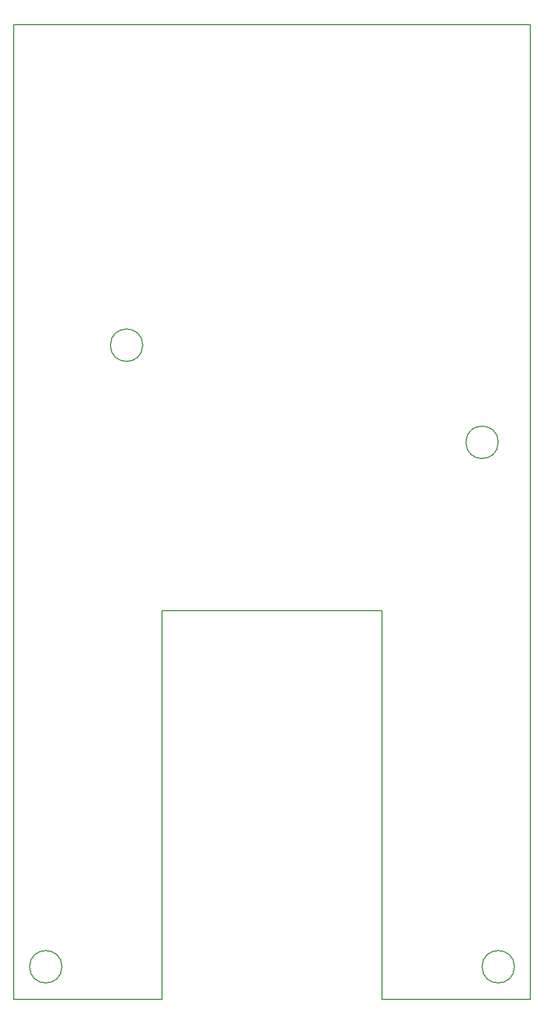
<source format=gbr>
G04 #@! TF.FileFunction,Profile,NP*
%FSLAX46Y46*%
G04 Gerber Fmt 4.6, Leading zero omitted, Abs format (unit mm)*
G04 Created by KiCad (PCBNEW 4.0.4-stable) date Saturday, September 23, 2017 'PMt' 03:39:17 PM*
%MOMM*%
%LPD*%
G01*
G04 APERTURE LIST*
%ADD10C,0.100000*%
%ADD11C,0.150000*%
G04 APERTURE END LIST*
D10*
D11*
X122500000Y-105000000D02*
G75*
G03X122500000Y-105000000I-2500000J0D01*
G01*
X67500000Y-90000000D02*
G75*
G03X67500000Y-90000000I-2500000J0D01*
G01*
X125000000Y-186000000D02*
G75*
G03X125000000Y-186000000I-2500000J0D01*
G01*
X55000000Y-186000000D02*
G75*
G03X55000000Y-186000000I-2500000J0D01*
G01*
X47500000Y-191000000D02*
X70500000Y-191000000D01*
X47500000Y-40500000D02*
X47500000Y-191000000D01*
X127500000Y-40500000D02*
X47500000Y-40500000D01*
X127500000Y-191000000D02*
X127500000Y-40500000D01*
X104500000Y-191000000D02*
X127500000Y-191000000D01*
X104500000Y-131000000D02*
X104500000Y-191000000D01*
X87500000Y-131000000D02*
X104500000Y-131000000D01*
X70500000Y-131000000D02*
X70500000Y-191000000D01*
X87500000Y-131000000D02*
X70500000Y-131000000D01*
M02*

</source>
